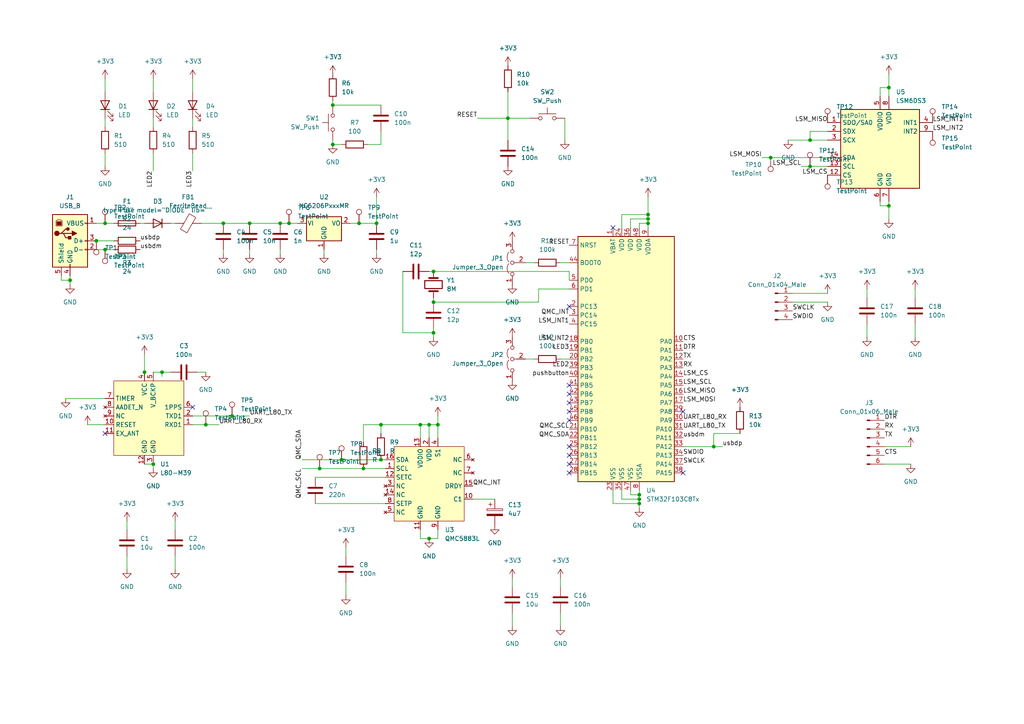
<source format=kicad_sch>
(kicad_sch (version 20211123) (generator eeschema)
  (paper "A4")
  (lib_symbols
    (symbol "+3.3V_1" (power) (pin_numbers hide) (pin_names (offset 0) hide)
      (property "Value" "+3.3V_1" (at 0 3.556 0))
      (symbol "+3.3V_1_1_1"
        (pin power_in line (at 0 0 90) (length 0) hide (name "+3V3") (number "1"))
      )
    )
    (symbol "+3.3V_10" (power) (pin_names (offset 0))
      (property "Value" "+3.3V_10" (at 0 3.556 0))
      (symbol "+3.3V_10_1_1"
        (pin power_in line (at 0 0 90) (length 0) hide (name "+3V3") (number "1"))
      )
    )
    (symbol "+3.3V_11" (power) (pin_names (offset 0))
      (property "Value" "+3.3V_11" (at 0 3.556 0))
      (symbol "+3.3V_11_1_1"
        (pin power_in line (at 0 0 90) (length 0) hide (name "+3V3") (number "1"))
      )
    )
    (symbol "+3.3V_12" (power) (pin_names (offset 0))
      (property "Value" "+3.3V_12" (at 0 3.556 0))
      (symbol "+3.3V_12_1_1"
        (pin power_in line (at 0 0 90) (length 0) hide (name "+3V3") (number "1"))
      )
    )
    (symbol "+3.3V_13" (power) (pin_names (offset 0))
      (property "Value" "+3.3V_13" (at 0 3.556 0))
      (symbol "+3.3V_13_1_1"
        (pin power_in line (at 0 0 90) (length 0) hide (name "+3V3") (number "1"))
      )
    )
    (symbol "+3.3V_14" (power) (pin_names (offset 0))
      (property "Value" "+3.3V_14" (at 0 3.556 0))
      (symbol "+3.3V_14_1_1"
        (pin power_in line (at 0 0 90) (length 0) hide (name "+3V3") (number "1"))
      )
    )
    (symbol "+3.3V_2" (power) (pin_numbers hide) (pin_names (offset 0) hide)
      (property "Value" "+3.3V_2" (at 0 3.556 0))
      (symbol "+3.3V_2_1_1"
        (pin power_in line (at 0 0 90) (length 0) hide (name "+3V3") (number "1"))
      )
    )
    (symbol "+3.3V_3" (power) (pin_names (offset 0))
      (property "Value" "+3.3V_3" (at 0 3.556 0))
      (symbol "+3.3V_3_1_1"
        (pin power_in line (at 0 0 90) (length 0) hide (name "+3V3") (number "1"))
      )
    )
    (symbol "+3.3V_4" (power) (pin_names (offset 0))
      (property "Value" "+3.3V_4" (at 0 3.556 0))
      (symbol "+3.3V_4_1_1"
        (pin power_in line (at 0 0 90) (length 0) hide (name "+3V3") (number "1"))
      )
    )
    (symbol "+3.3V_5" (power) (pin_names (offset 0))
      (property "Value" "+3.3V_5" (at 0 3.556 0))
      (symbol "+3.3V_5_1_1"
        (pin power_in line (at 0 0 90) (length 0) hide (name "+3V3") (number "1"))
      )
    )
    (symbol "+3.3V_6" (power) (pin_names (offset 0))
      (property "Value" "+3.3V_6" (at 0 3.556 0))
      (symbol "+3.3V_6_1_1"
        (pin power_in line (at 0 0 90) (length 0) hide (name "+3V3") (number "1"))
      )
    )
    (symbol "+3.3V_7" (power) (pin_names (offset 0))
      (property "Value" "+3.3V_7" (at 0 3.556 0))
      (symbol "+3.3V_7_1_1"
        (pin power_in line (at 0 0 90) (length 0) hide (name "+3V3") (number "1"))
      )
    )
    (symbol "+3.3V_8" (power) (pin_names (offset 0))
      (property "Value" "+3.3V_8" (at 0 3.556 0))
      (symbol "+3.3V_8_1_1"
        (pin power_in line (at 0 0 90) (length 0) hide (name "+3V3") (number "1"))
      )
    )
    (symbol "+3.3V_9" (power) (pin_names (offset 0))
      (property "Value" "+3.3V_9" (at 0 3.556 0))
      (symbol "+3.3V_9_1_1"
        (pin power_in line (at 0 0 90) (length 0) hide (name "+3V3") (number "1"))
      )
    )
    (symbol "Connector:Conn_01x04_Male" (pin_names (offset 1.016) hide)
      (property "Reference" "J" (at 0 5.08 0))
      (property "Value" "Conn_01x04_Male" (at 0 -7.62 0))
      (symbol "Conn_01x04_Male_1_1"
        (pin passive line (at 5.08 2.54 180) (length 3.81) (name "Pin_1") (number "1"))
        (pin passive line (at 5.08 0 180) (length 3.81) (name "Pin_2") (number "2"))
        (pin passive line (at 5.08 -2.54 180) (length 3.81) (name "Pin_3") (number "3"))
        (pin passive line (at 5.08 -5.08 180) (length 3.81) (name "Pin_4") (number "4"))
      )
    )
    (symbol "Connector:Conn_01x06_Male" (pin_names (offset 1.016) hide)
      (property "Reference" "J" (at 0 7.62 0))
      (property "Value" "Conn_01x06_Male" (at 0 -10.16 0))
      (symbol "Conn_01x06_Male_1_1"
        (pin passive line (at 5.08 5.08 180) (length 3.81) (name "Pin_1") (number "1"))
        (pin passive line (at 5.08 2.54 180) (length 3.81) (name "Pin_2") (number "2"))
        (pin passive line (at 5.08 0 180) (length 3.81) (name "Pin_3") (number "3"))
        (pin passive line (at 5.08 -2.54 180) (length 3.81) (name "Pin_4") (number "4"))
        (pin passive line (at 5.08 -5.08 180) (length 3.81) (name "Pin_5") (number "5"))
        (pin passive line (at 5.08 -7.62 180) (length 3.81) (name "Pin_6") (number "6"))
      )
    )
    (symbol "Connector:TestPoint" (pin_numbers hide) (pin_names (offset 0.762) hide)
      (property "Reference" "TP" (at 0 6.858 0))
      (property "Value" "TestPoint" (at 0 5.08 0))
      (symbol "TestPoint_1_1"
        (pin passive line (at 0 0 90) (length 2.54) (name "1") (number "1"))
      )
    )
    (symbol "Connector:USB_B" (pin_names (offset 1.016))
      (property "Reference" "J" (at -5.08 11.43 0))
      (property "Value" "USB_B" (at -5.08 8.89 0))
      (symbol "USB_B_1_1"
        (pin power_out line (at 7.62 5.08 180) (length 2.54) (name "VBUS") (number "1"))
        (pin bidirectional line (at 7.62 -2.54 180) (length 2.54) (name "D-") (number "2"))
        (pin bidirectional line (at 7.62 0 180) (length 2.54) (name "D+") (number "3"))
        (pin power_out line (at 0 -10.16 90) (length 2.54) (name "GND") (number "4"))
        (pin passive line (at -2.54 -10.16 90) (length 2.54) (name "Shield") (number "5"))
      )
    )
    (symbol "Device:C" (pin_numbers hide) (pin_names (offset 0.254))
      (property "Reference" "C" (at 0.635 2.54 0))
      (property "Value" "C" (at 0.635 -2.54 0))
      (symbol "C_1_1"
        (pin passive line (at 0 3.81 270) (length 2.794) (name "~") (number "1"))
        (pin passive line (at 0 -3.81 90) (length 2.794) (name "~") (number "2"))
      )
    )
    (symbol "Device:C_Polarized" (pin_numbers hide) (pin_names (offset 0.254))
      (property "Reference" "C" (at 0.635 2.54 0))
      (property "Value" "C_Polarized" (at 0.635 -2.54 0))
      (symbol "C_Polarized_1_1"
        (pin passive line (at 0 3.81 270) (length 2.794) (name "~") (number "1"))
        (pin passive line (at 0 -3.81 90) (length 2.794) (name "~") (number "2"))
      )
    )
    (symbol "Device:Crystal" (pin_numbers hide) (pin_names (offset 1.016) hide)
      (property "Reference" "Y" (at 0 3.81 0))
      (property "Value" "Crystal" (at 0 -3.81 0))
      (symbol "Crystal_1_1"
        (pin passive line (at -3.81 0 0) (length 1.27) (name "1") (number "1"))
        (pin passive line (at 3.81 0 180) (length 1.27) (name "2") (number "2"))
      )
    )
    (symbol "Device:FerriteBead" (pin_numbers hide) (pin_names (offset 0))
      (property "Reference" "FB" (at -3.81 0.635 90))
      (property "Value" "FerriteBead" (at 3.81 0 90))
      (symbol "FerriteBead_1_1"
        (pin passive line (at 0 3.81 270) (length 2.54) (name "~") (number "1"))
        (pin passive line (at 0 -3.81 90) (length 2.54) (name "~") (number "2"))
      )
    )
    (symbol "Device:Fuse" (pin_numbers hide) (pin_names (offset 0))
      (property "Reference" "F" (at 2.032 0 90))
      (property "Value" "Fuse" (at -1.905 0 90))
      (symbol "Fuse_1_1"
        (pin passive line (at 0 3.81 270) (length 1.27) (name "~") (number "1"))
        (pin passive line (at 0 -3.81 90) (length 1.27) (name "~") (number "2"))
      )
    )
    (symbol "Device:LED" (pin_numbers hide) (pin_names (offset 1.016) hide)
      (property "Reference" "D" (at 0 2.54 0))
      (property "Value" "LED" (at 0 -2.54 0))
      (symbol "LED_1_1"
        (pin passive line (at -3.81 0 0) (length 2.54) (name "K") (number "1"))
        (pin passive line (at 3.81 0 180) (length 2.54) (name "A") (number "2"))
      )
    )
    (symbol "Device:R" (pin_numbers hide) (pin_names (offset 0))
      (property "Reference" "R" (at 2.032 0 90))
      (property "Value" "R" (at 0 0 90))
      (symbol "R_1_1"
        (pin passive line (at 0 3.81 270) (length 1.27) (name "~") (number "1"))
        (pin passive line (at 0 -3.81 90) (length 1.27) (name "~") (number "2"))
      )
    )
    (symbol "GND_1" (power) (pin_numbers hide) (pin_names (offset 0) hide)
      (property "Value" "GND_1" (at 0 -3.81 0))
      (symbol "GND_1_1_1"
        (pin power_in line (at 0 0 270) (length 0) hide (name "GND") (number "1"))
      )
    )
    (symbol "GND_2" (power) (pin_numbers hide) (pin_names (offset 0) hide)
      (property "Value" "GND_2" (at 0 -3.81 0))
      (symbol "GND_2_1_1"
        (pin power_in line (at 0 0 270) (length 0) hide (name "GND") (number "1"))
      )
    )
    (symbol "GND_3" (power) (pin_numbers hide) (pin_names (offset 0) hide)
      (property "Value" "GND_3" (at 0 -3.81 0))
      (symbol "GND_3_1_1"
        (pin power_in line (at 0 0 270) (length 0) hide (name "GND") (number "1"))
      )
    )
    (symbol "Jumper:Jumper_3_Open" (pin_names (offset 0) hide)
      (property "Reference" "JP" (at -2.54 -2.54 0))
      (property "Value" "Jumper_3_Open" (at 0 2.794 0))
      (symbol "Jumper_3_Open_1_1"
        (pin passive line (at -6.35 0 0) (length 2.54) (name "A") (number "1"))
        (pin passive line (at 0 -3.81 90) (length 2.54) (name "C") (number "2"))
        (pin passive line (at 6.35 0 180) (length 2.54) (name "B") (number "3"))
      )
    )
    (symbol "MCU_ST_STM32F1:STM32F103C8Tx"
      (property "Reference" "U" (at -15.24 36.83 0))
      (property "Value" "STM32F103C8Tx" (at 7.62 36.83 0))
      (symbol "STM32F103C8Tx_1_1"
        (pin power_in line (at -5.08 38.1 270) (length 2.54) (name "VBAT") (number "1"))
        (pin bidirectional line (at 15.24 5.08 180) (length 2.54) (name "PA0") (number "10"))
        (pin bidirectional line (at 15.24 2.54 180) (length 2.54) (name "PA1") (number "11"))
        (pin bidirectional line (at 15.24 0 180) (length 2.54) (name "PA2") (number "12"))
        (pin bidirectional line (at 15.24 -2.54 180) (length 2.54) (name "PA3") (number "13"))
        (pin bidirectional line (at 15.24 -5.08 180) (length 2.54) (name "PA4") (number "14"))
        (pin bidirectional line (at 15.24 -7.62 180) (length 2.54) (name "PA5") (number "15"))
        (pin bidirectional line (at 15.24 -10.16 180) (length 2.54) (name "PA6") (number "16"))
        (pin bidirectional line (at 15.24 -12.7 180) (length 2.54) (name "PA7") (number "17"))
        (pin bidirectional line (at -17.78 5.08 0) (length 2.54) (name "PB0") (number "18"))
        (pin bidirectional line (at -17.78 2.54 0) (length 2.54) (name "PB1") (number "19"))
        (pin bidirectional line (at -17.78 15.24 0) (length 2.54) (name "PC13") (number "2"))
        (pin bidirectional line (at -17.78 0 0) (length 2.54) (name "PB2") (number "20"))
        (pin bidirectional line (at -17.78 -20.32 0) (length 2.54) (name "PB10") (number "21"))
        (pin bidirectional line (at -17.78 -22.86 0) (length 2.54) (name "PB11") (number "22"))
        (pin power_in line (at -5.08 -38.1 90) (length 2.54) (name "VSS") (number "23"))
        (pin power_in line (at -2.54 38.1 270) (length 2.54) (name "VDD") (number "24"))
        (pin bidirectional line (at -17.78 -25.4 0) (length 2.54) (name "PB12") (number "25"))
        (pin bidirectional line (at -17.78 -27.94 0) (length 2.54) (name "PB13") (number "26"))
        (pin bidirectional line (at -17.78 -30.48 0) (length 2.54) (name "PB14") (number "27"))
        (pin bidirectional line (at -17.78 -33.02 0) (length 2.54) (name "PB15") (number "28"))
        (pin bidirectional line (at 15.24 -15.24 180) (length 2.54) (name "PA8") (number "29"))
        (pin bidirectional line (at -17.78 12.7 0) (length 2.54) (name "PC14") (number "3"))
        (pin bidirectional line (at 15.24 -17.78 180) (length 2.54) (name "PA9") (number "30"))
        (pin bidirectional line (at 15.24 -20.32 180) (length 2.54) (name "PA10") (number "31"))
        (pin bidirectional line (at 15.24 -22.86 180) (length 2.54) (name "PA11") (number "32"))
        (pin bidirectional line (at 15.24 -25.4 180) (length 2.54) (name "PA12") (number "33"))
        (pin bidirectional line (at 15.24 -27.94 180) (length 2.54) (name "PA13") (number "34"))
        (pin power_in line (at -2.54 -38.1 90) (length 2.54) (name "VSS") (number "35"))
        (pin power_in line (at 0 38.1 270) (length 2.54) (name "VDD") (number "36"))
        (pin bidirectional line (at 15.24 -30.48 180) (length 2.54) (name "PA14") (number "37"))
        (pin bidirectional line (at 15.24 -33.02 180) (length 2.54) (name "PA15") (number "38"))
        (pin bidirectional line (at -17.78 -2.54 0) (length 2.54) (name "PB3") (number "39"))
        (pin bidirectional line (at -17.78 10.16 0) (length 2.54) (name "PC15") (number "4"))
        (pin bidirectional line (at -17.78 -5.08 0) (length 2.54) (name "PB4") (number "40"))
        (pin bidirectional line (at -17.78 -7.62 0) (length 2.54) (name "PB5") (number "41"))
        (pin bidirectional line (at -17.78 -10.16 0) (length 2.54) (name "PB6") (number "42"))
        (pin bidirectional line (at -17.78 -12.7 0) (length 2.54) (name "PB7") (number "43"))
        (pin input line (at -17.78 27.94 0) (length 2.54) (name "BOOT0") (number "44"))
        (pin bidirectional line (at -17.78 -15.24 0) (length 2.54) (name "PB8") (number "45"))
        (pin bidirectional line (at -17.78 -17.78 0) (length 2.54) (name "PB9") (number "46"))
        (pin power_in line (at 0 -38.1 90) (length 2.54) (name "VSS") (number "47"))
        (pin power_in line (at 2.54 38.1 270) (length 2.54) (name "VDD") (number "48"))
        (pin input line (at -17.78 22.86 0) (length 2.54) (name "PD0") (number "5"))
        (pin input line (at -17.78 20.32 0) (length 2.54) (name "PD1") (number "6"))
        (pin input line (at -17.78 33.02 0) (length 2.54) (name "NRST") (number "7"))
        (pin power_in line (at 2.54 -38.1 90) (length 2.54) (name "VSSA") (number "8"))
        (pin power_in line (at 5.08 38.1 270) (length 2.54) (name "VDDA") (number "9"))
      )
    )
    (symbol "Regulator_Linear:XC6206PxxxMR" (pin_names (offset 0.254))
      (property "Reference" "U" (at -3.81 3.175 0))
      (property "Value" "XC6206PxxxMR" (at 0 3.175 0))
      (symbol "XC6206PxxxMR_1_1"
        (pin power_in line (at 0 -7.62 90) (length 2.54) (name "GND") (number "1"))
        (pin power_out line (at 7.62 0 180) (length 2.54) (name "VO") (number "2"))
        (pin power_in line (at -7.62 0 0) (length 2.54) (name "VI") (number "3"))
      )
    )
    (symbol "Sensor_Motion:LSM6DS3"
      (property "Reference" "U" (at -11.43 15.24 0))
      (property "Value" "LSM6DS3" (at -11.43 12.7 0))
      (symbol "LSM6DS3_1_1"
        (pin bidirectional line (at -15.24 7.62 0) (length 3.81) (name "SDO/SA0") (number "1"))
        (pin no_connect line (at 10.16 -5.08 180) (length 3.81) hide (name "NC") (number "10"))
        (pin no_connect line (at 10.16 -2.54 180) (length 3.81) hide (name "NC") (number "11"))
        (pin input line (at -15.24 -7.62 0) (length 3.81) (name "CS") (number "12"))
        (pin input line (at -15.24 -5.08 0) (length 3.81) (name "SCL") (number "13"))
        (pin bidirectional line (at -15.24 -2.54 0) (length 3.81) (name "SDA") (number "14"))
        (pin bidirectional line (at -15.24 5.08 0) (length 3.81) (name "SDX") (number "2"))
        (pin input line (at -15.24 2.54 0) (length 3.81) (name "SCX") (number "3"))
        (pin output line (at 15.24 7.62 180) (length 3.81) (name "INT1") (number "4"))
        (pin power_in line (at 0 15.24 270) (length 3.81) (name "VDDIO") (number "5"))
        (pin power_in line (at 0 -15.24 90) (length 3.81) (name "GND") (number "6"))
        (pin power_in line (at 2.54 -15.24 90) (length 3.81) (name "GND") (number "7"))
        (pin power_in line (at 2.54 15.24 270) (length 3.81) (name "VDD") (number "8"))
        (pin output line (at 15.24 5.08 180) (length 3.81) (name "INT2") (number "9"))
      )
    )
    (symbol "Simulation_SPICE:DIODE" (pin_numbers hide) (pin_names (offset 1.016) hide)
      (property "Reference" "D" (at 0 2.54 0))
      (property "Value" "DIODE" (at 0 -2.54 0))
      (symbol "DIODE_1_1"
        (pin passive line (at -3.81 0 0) (length 2.54) (name "A") (number "1"))
        (pin passive line (at 3.81 0 180) (length 2.54) (name "K") (number "2"))
      )
    )
    (symbol "Switch:SW_Push" (pin_numbers hide) (pin_names (offset 1.016) hide)
      (property "Reference" "SW" (at 1.27 2.54 0))
      (property "Value" "SW_Push" (at 0 -1.524 0))
      (symbol "SW_Push_0_1"
        (pin passive line (at -5.08 0 0) (length 2.54) (name "1") (number "1"))
        (pin passive line (at 5.08 0 180) (length 2.54) (name "2") (number "2"))
      )
    )
    (symbol "power:+3.3V" (power) (pin_numbers hide) (pin_names (offset 0) hide)
      (property "Value" "+3.3V" (at 0 3.556 0))
      (symbol "+3.3V_1_1"
        (pin power_in line (at 0 0 90) (length 0) hide (name "+3V3") (number "1"))
      )
    )
    (symbol "power:GND" (power) (pin_names (offset 0))
      (property "Value" "GND" (at 0 -3.81 0))
      (symbol "GND_1_1"
        (pin power_in line (at 0 0 270) (length 0) hide (name "GND") (number "1"))
      )
    )
    (symbol "skate-imu-lib:L80-M39"
      (property "Reference" "U" (at 8.89 13.97 0))
      (property "Value" "L80-M39" (at 8.89 11.43 0))
      (symbol "L80-M39_1_1"
        (pin input line (at 12.7 -2.54 180) (length 2.54) (name "RXD1") (number "1"))
        (pin input line (at -12.7 -2.54 0) (length 2.54) (name "RESET") (number "10"))
        (pin input line (at -12.7 -5.08 0) (length 2.54) (name "EX_ANT") (number "11"))
        (pin power_out line (at -1.27 -13.97 90) (length 2.54) (name "GND") (number "12"))
        (pin input line (at 12.7 0 180) (length 2.54) (name "TXD1") (number "2"))
        (pin power_out line (at 1.27 -13.97 90) (length 2.54) (name "GND") (number "3"))
        (pin power_in line (at -1.27 12.7 270) (length 2.54) (name "VCC") (number "4"))
        (pin power_in line (at 1.27 12.7 270) (length 2.54) (name "V_BCKP") (number "5"))
        (pin input line (at 12.7 2.54 180) (length 2.54) (name "1PPS") (number "6"))
        (pin input line (at -12.7 5.08 0) (length 2.54) (name "TIMER") (number "7"))
        (pin no_connect line (at -12.7 2.54 0) (length 2.54) (name "AADET_N") (number "8"))
        (pin no_connect line (at -12.7 0 0) (length 2.54) (name "NC") (number "9"))
      )
    )
    (symbol "skate-imu-lib:QMC5883L"
      (property "Reference" "U" (at 6.35 1.27 0))
      (property "Value" "QMC5883L" (at 10.16 -1.27 0))
      (symbol "QMC5883L_1_1"
        (pin input line (at -12.7 -8.89 0) (length 2.54) (name "SCL") (number "1"))
        (pin input line (at 12.7 -17.78 180) (length 2.54) (name "C1") (number "10"))
        (pin power_out line (at -2.54 -26.67 90) (length 2.54) (name "GND") (number "11"))
        (pin input line (at -12.7 -11.43 0) (length 2.54) (name "SETC") (number "12"))
        (pin power_in line (at -2.54 0 270) (length 2.54) (name "VDDIO") (number "13"))
        (pin no_connect line (at -12.7 -16.51 0) (length 2.54) (name "NC") (number "14"))
        (pin input line (at 12.7 -13.97 180) (length 2.54) (name "DRDY") (number "15"))
        (pin input line (at -12.7 -6.35 0) (length 2.54) (name "SDA") (number "16"))
        (pin power_in line (at 0 0 270) (length 2.54) (name "VDD") (number "2"))
        (pin no_connect line (at -12.7 -13.97 0) (length 2.54) (name "NC") (number "3"))
        (pin power_in line (at 2.54 0 270) (length 2.54) (name "S1") (number "4"))
        (pin no_connect line (at -12.7 -21.59 0) (length 2.54) (name "NC") (number "5"))
        (pin no_connect line (at 12.7 -6.35 180) (length 2.54) (name "NC") (number "6"))
        (pin no_connect line (at 12.7 -10.16 180) (length 2.54) (name "NC") (number "7"))
        (pin power_in line (at -12.7 -19.05 0) (length 2.54) (name "SETP") (number "8"))
        (pin power_out line (at 2.54 -26.67 90) (length 2.54) (name "GND") (number "9"))
      )
    )
  )
  (junction (at 83.82 64.77))
  (junction (at 96.52 41.91))
  (junction (at 124.46 156.21))
  (junction (at 125.73 87.63))
  (junction (at 127 123.19))
  (junction (at 187.96 64.77))
  (junction (at 72.39 64.77))
  (junction (at 187.96 63.5))
  (junction (at 109.22 64.77))
  (junction (at 44.45 134.62))
  (junction (at 110.49 123.19))
  (junction (at 207.01 129.54))
  (junction (at 64.77 64.77))
  (junction (at 92.71 135.89))
  (junction (at 257.81 25.4))
  (junction (at 185.42 143.51))
  (junction (at 234.95 40.64))
  (junction (at 121.92 123.19))
  (junction (at 105.41 135.89))
  (junction (at 27.94 69.85))
  (junction (at 104.14 64.77))
  (junction (at 125.73 78.74))
  (junction (at 59.69 123.19))
  (junction (at 234.95 48.26))
  (junction (at 96.52 30.48))
  (junction (at 187.96 62.23))
  (junction (at 99.06 133.35))
  (junction (at 67.31 120.65))
  (junction (at 147.32 34.29))
  (junction (at 124.46 123.19))
  (junction (at 46.99 107.95))
  (junction (at 257.81 59.69))
  (junction (at 30.48 72.39))
  (junction (at 81.28 64.77))
  (junction (at 125.73 96.52))
  (junction (at 110.49 133.35))
  (junction (at 30.48 64.77))
  (junction (at 185.42 146.05))
  (junction (at 223.52 45.72))
  (junction (at 41.91 107.95))
  (junction (at 20.32 81.28))
  (junction (at 185.42 144.78))
  (no_connect (at 165.1 129.54))
  (no_connect (at 165.1 132.08))
  (no_connect (at 165.1 134.62))
  (no_connect (at 165.1 137.16))
  (no_connect (at 165.1 111.76))
  (no_connect (at 165.1 114.3))
  (no_connect (at 165.1 116.84))
  (no_connect (at 165.1 119.38))
  (no_connect (at 165.1 121.92))
  (no_connect (at 198.12 119.38))
  (no_connect (at 165.1 88.9))
  (no_connect (at 198.12 137.16))
  (no_connect (at 177.8 66.04))
  (no_connect (at 55.88 118.11))
  (no_connect (at 30.48 125.73))
  (wire (pts (xy 256.54 129.54) (xy 264.16 129.54)))
  (wire (pts (xy 121.92 123.19) (xy 124.46 123.19)))
  (wire (pts (xy 72.39 72.39) (xy 72.39 73.66)))
  (wire (pts (xy 44.45 22.86) (xy 44.45 26.67)))
  (wire (pts (xy 147.32 34.29) (xy 153.67 34.29)))
  (wire (pts (xy 121.92 156.21) (xy 121.92 153.67)))
  (wire (pts (xy 110.49 125.73) (xy 110.49 123.19)))
  (wire (pts (xy 36.83 161.29) (xy 36.83 165.1)))
  (wire (pts (xy 96.52 29.21) (xy 96.52 30.48)))
  (wire (pts (xy 46.99 109.22) (xy 46.99 107.95)))
  (wire (pts (xy 223.52 45.72) (xy 240.03 45.72)))
  (wire (pts (xy 81.28 72.39) (xy 81.28 73.66)))
  (wire (pts (xy 59.69 123.19) (xy 63.5 123.19)))
  (wire (pts (xy 55.88 123.19) (xy 59.69 123.19)))
  (wire (pts (xy 17.78 81.28) (xy 20.32 81.28)))
  (wire (pts (xy 27.94 72.39) (xy 30.48 72.39)))
  (wire (pts (xy 251.46 93.98) (xy 251.46 97.79)))
  (wire (pts (xy 44.45 134.62) (xy 44.45 135.89)))
  (wire (pts (xy 198.12 129.54) (xy 207.01 129.54)))
  (wire (pts (xy 57.15 107.95) (xy 59.69 107.95)))
  (wire (pts (xy 182.88 143.51) (xy 185.42 143.51)))
  (wire (pts (xy 229.87 87.63) (xy 240.03 87.63)))
  (wire (pts (xy 87.63 135.89) (xy 92.71 135.89)))
  (wire (pts (xy 185.42 143.51) (xy 185.42 144.78)))
  (wire (pts (xy 67.31 120.65) (xy 72.39 120.65)))
  (wire (pts (xy 234.95 38.1) (xy 234.95 40.64)))
  (wire (pts (xy 46.99 107.95) (xy 44.45 107.95)))
  (wire (pts (xy 138.43 34.29) (xy 147.32 34.29)))
  (wire (pts (xy 25.4 123.19) (xy 30.48 123.19)))
  (wire (pts (xy 156.21 87.63) (xy 156.21 83.82)))
  (wire (pts (xy 257.81 25.4) (xy 257.81 27.94)))
  (wire (pts (xy 110.49 133.35) (xy 111.76 133.35)))
  (wire (pts (xy 185.42 146.05) (xy 185.42 147.32)))
  (wire (pts (xy 180.34 66.04) (xy 180.34 62.23)))
  (wire (pts (xy 162.56 76.2) (xy 165.1 76.2)))
  (wire (pts (xy 50.8 161.29) (xy 50.8 165.1)))
  (wire (pts (xy 182.88 63.5) (xy 187.96 63.5)))
  (wire (pts (xy 116.84 96.52) (xy 125.73 96.52)))
  (wire (pts (xy 30.48 64.77) (xy 33.02 64.77)))
  (wire (pts (xy 251.46 83.82) (xy 251.46 86.36)))
  (wire (pts (xy 36.83 151.13) (xy 36.83 153.67)))
  (wire (pts (xy 255.27 59.69) (xy 257.81 59.69)))
  (wire (pts (xy 152.4 104.14) (xy 154.94 104.14)))
  (wire (pts (xy 207.01 125.73) (xy 214.63 125.73)))
  (wire (pts (xy 101.6 64.77) (xy 104.14 64.77)))
  (wire (pts (xy 182.88 142.24) (xy 182.88 143.51)))
  (wire (pts (xy 125.73 78.74) (xy 165.1 78.74)))
  (wire (pts (xy 91.44 138.43) (xy 111.76 138.43)))
  (wire (pts (xy 257.81 58.42) (xy 257.81 59.69)))
  (wire (pts (xy 127 123.19) (xy 127 127)))
  (wire (pts (xy 234.95 40.64) (xy 240.03 40.64)))
  (wire (pts (xy 100.33 168.91) (xy 100.33 172.72)))
  (wire (pts (xy 20.32 81.28) (xy 20.32 82.55)))
  (wire (pts (xy 124.46 127) (xy 124.46 123.19)))
  (wire (pts (xy 44.45 44.45) (xy 44.45 49.53)))
  (wire (pts (xy 234.95 48.26) (xy 240.03 48.26)))
  (wire (pts (xy 163.83 34.29) (xy 163.83 40.64)))
  (wire (pts (xy 265.43 83.82) (xy 265.43 86.36)))
  (wire (pts (xy 265.43 93.98) (xy 265.43 97.79)))
  (wire (pts (xy 105.41 135.89) (xy 111.76 135.89)))
  (wire (pts (xy 125.73 96.52) (xy 125.73 97.79)))
  (wire (pts (xy 148.59 167.64) (xy 148.59 170.18)))
  (wire (pts (xy 81.28 64.77) (xy 83.82 64.77)))
  (wire (pts (xy 93.98 72.39) (xy 93.98 73.66)))
  (wire (pts (xy 50.8 151.13) (xy 50.8 153.67)))
  (wire (pts (xy 30.48 44.45) (xy 30.48 48.26)))
  (wire (pts (xy 30.48 72.39) (xy 33.02 72.39)))
  (wire (pts (xy 180.34 142.24) (xy 180.34 144.78)))
  (wire (pts (xy 125.73 95.25) (xy 125.73 96.52)))
  (wire (pts (xy 110.49 123.19) (xy 121.92 123.19)))
  (wire (pts (xy 127 120.65) (xy 127 123.19)))
  (wire (pts (xy 257.81 59.69) (xy 257.81 63.5)))
  (wire (pts (xy 228.6 40.64) (xy 234.95 40.64)))
  (wire (pts (xy 41.91 107.95) (xy 41.91 109.22)))
  (wire (pts (xy 55.88 22.86) (xy 55.88 26.67)))
  (wire (pts (xy 91.44 146.05) (xy 111.76 146.05)))
  (wire (pts (xy 124.46 123.19) (xy 127 123.19)))
  (wire (pts (xy 162.56 177.8) (xy 162.56 181.61)))
  (wire (pts (xy 64.77 64.77) (xy 72.39 64.77)))
  (wire (pts (xy 187.96 57.15) (xy 187.96 62.23)))
  (wire (pts (xy 125.73 86.36) (xy 125.73 87.63)))
  (wire (pts (xy 162.56 104.14) (xy 165.1 104.14)))
  (wire (pts (xy 105.41 128.27) (xy 105.41 123.19)))
  (wire (pts (xy 148.59 177.8) (xy 148.59 181.61)))
  (wire (pts (xy 20.32 80.01) (xy 20.32 81.28)))
  (wire (pts (xy 177.8 142.24) (xy 177.8 146.05)))
  (wire (pts (xy 55.88 34.29) (xy 55.88 36.83)))
  (wire (pts (xy 30.48 22.86) (xy 30.48 26.67)))
  (wire (pts (xy 187.96 62.23) (xy 187.96 63.5)))
  (wire (pts (xy 83.82 64.77) (xy 86.36 64.77)))
  (wire (pts (xy 156.21 83.82) (xy 165.1 83.82)))
  (wire (pts (xy 49.53 64.77) (xy 50.8 64.77)))
  (wire (pts (xy 109.22 72.39) (xy 109.22 73.66)))
  (wire (pts (xy 55.88 120.65) (xy 67.31 120.65)))
  (wire (pts (xy 124.46 156.21) (xy 121.92 156.21)))
  (wire (pts (xy 110.49 38.1) (xy 110.49 41.91)))
  (wire (pts (xy 185.42 142.24) (xy 185.42 143.51)))
  (wire (pts (xy 105.41 123.19) (xy 110.49 123.19)))
  (wire (pts (xy 27.94 64.77) (xy 30.48 64.77)))
  (wire (pts (xy 255.27 58.42) (xy 255.27 59.69)))
  (wire (pts (xy 27.94 69.85) (xy 33.02 69.85)))
  (wire (pts (xy 44.45 34.29) (xy 44.45 36.83)))
  (wire (pts (xy 17.78 80.01) (xy 17.78 81.28)))
  (wire (pts (xy 46.99 107.95) (xy 49.53 107.95)))
  (wire (pts (xy 127 153.67) (xy 127 156.21)))
  (wire (pts (xy 162.56 167.64) (xy 162.56 170.18)))
  (wire (pts (xy 207.01 129.54) (xy 207.01 125.73)))
  (wire (pts (xy 87.63 133.35) (xy 99.06 133.35)))
  (wire (pts (xy 41.91 134.62) (xy 44.45 134.62)))
  (wire (pts (xy 109.22 57.15) (xy 109.22 64.77)))
  (wire (pts (xy 72.39 64.77) (xy 81.28 64.77)))
  (wire (pts (xy 64.77 72.39) (xy 64.77 73.66)))
  (wire (pts (xy 177.8 146.05) (xy 185.42 146.05)))
  (wire (pts (xy 185.42 66.04) (xy 185.42 64.77)))
  (wire (pts (xy 187.96 63.5) (xy 187.96 64.77)))
  (wire (pts (xy 152.4 76.2) (xy 154.94 76.2)))
  (wire (pts (xy 30.48 34.29) (xy 30.48 36.83)))
  (wire (pts (xy 124.46 78.74) (xy 125.73 78.74)))
  (wire (pts (xy 106.68 41.91) (xy 110.49 41.91)))
  (wire (pts (xy 58.42 64.77) (xy 64.77 64.77)))
  (wire (pts (xy 55.88 44.45) (xy 55.88 49.53)))
  (wire (pts (xy 220.98 45.72) (xy 223.52 45.72)))
  (wire (pts (xy 185.42 64.77) (xy 187.96 64.77)))
  (wire (pts (xy 104.14 64.77) (xy 109.22 64.77)))
  (wire (pts (xy 92.71 135.89) (xy 105.41 135.89)))
  (wire (pts (xy 229.87 85.09) (xy 240.03 85.09)))
  (wire (pts (xy 100.33 158.75) (xy 100.33 161.29)))
  (wire (pts (xy 255.27 27.94) (xy 255.27 25.4)))
  (wire (pts (xy 180.34 62.23) (xy 187.96 62.23)))
  (wire (pts (xy 147.32 34.29) (xy 147.32 40.64)))
  (wire (pts (xy 240.03 38.1) (xy 234.95 38.1)))
  (wire (pts (xy 99.06 133.35) (xy 110.49 133.35)))
  (wire (pts (xy 185.42 144.78) (xy 185.42 146.05)))
  (wire (pts (xy 96.52 30.48) (xy 110.49 30.48)))
  (wire (pts (xy 255.27 25.4) (xy 257.81 25.4)))
  (wire (pts (xy 256.54 134.62) (xy 264.16 134.62)))
  (wire (pts (xy 232.41 48.26) (xy 234.95 48.26)))
  (wire (pts (xy 125.73 87.63) (xy 156.21 87.63)))
  (wire (pts (xy 137.16 144.78) (xy 143.51 144.78)))
  (wire (pts (xy 182.88 66.04) (xy 182.88 63.5)))
  (wire (pts (xy 165.1 78.74) (xy 165.1 81.28)))
  (wire (pts (xy 257.81 21.59) (xy 257.81 25.4)))
  (wire (pts (xy 96.52 41.91) (xy 99.06 41.91)))
  (wire (pts (xy 40.64 64.77) (xy 41.91 64.77)))
  (wire (pts (xy 147.32 26.67) (xy 147.32 34.29)))
  (wire (pts (xy 116.84 78.74) (xy 116.84 96.52)))
  (wire (pts (xy 41.91 102.87) (xy 41.91 107.95)))
  (wire (pts (xy 96.52 40.64) (xy 96.52 41.91)))
  (wire (pts (xy 121.92 123.19) (xy 121.92 127)))
  (wire (pts (xy 127 156.21) (xy 124.46 156.21)))
  (wire (pts (xy 187.96 64.77) (xy 187.96 66.04)))
  (wire (pts (xy 19.05 115.57) (xy 30.48 115.57)))
  (wire (pts (xy 207.01 129.54) (xy 209.55 129.54)))
  (wire (pts (xy 180.34 144.78) (xy 185.42 144.78)))
  (label "LSM_SCL" (at 198.12 111.76 0))
  (label "LSM_MOSI" (at 220.98 45.72 180))
  (label "usbdm" (at 40.64 72.39 0))
  (label "LED2" (at 165.1 106.68 180))
  (label "pushbutton" (at 165.1 109.22 180))
  (label "LSM_INT1" (at 165.1 93.98 180))
  (label "UART_L80_TX" (at 72.39 120.65 0))
  (label "SWCLK" (at 198.12 134.62 0))
  (label "QMC_INT" (at 137.16 140.97 0))
  (label "QMC_SCL" (at 87.63 135.89 270))
  (label "LED3" (at 165.1 101.6 180))
  (label "RESET" (at 165.1 71.12 180))
  (label "LSM_INT1" (at 270.51 35.56 0))
  (label "RESET" (at 138.43 34.29 180))
  (label "LSM_INT2" (at 270.51 38.1 0))
  (label "DTR" (at 198.12 101.6 0))
  (label "RX" (at 256.54 124.46 0))
  (label "CTS" (at 256.54 132.08 0))
  (label "usbdm" (at 198.12 127 0))
  (label "RX" (at 198.12 106.68 0))
  (label "LED2" (at 44.45 49.53 270))
  (label "QMC_SDA" (at 87.63 133.35 90))
  (label "LSM_CS" (at 198.12 109.22 0))
  (label "TX" (at 198.12 104.14 0))
  (label "QMC_INT" (at 165.1 91.44 180))
  (label "usbdp" (at 209.55 129.54 0))
  (label "LSM_SCL" (at 232.41 48.26 180))
  (label "LSM_MISO" (at 240.03 35.56 180))
  (label "LSM_MOSI" (at 198.12 116.84 0))
  (label "UART_L80_RX" (at 198.12 121.92 0))
  (label "LSM_MISO" (at 198.12 114.3 0))
  (label "DTR" (at 256.54 121.92 0))
  (label "LSM_INT2" (at 165.1 99.06 180))
  (label "QMC_SDA" (at 165.1 127 180))
  (label "LSM_CS" (at 240.03 50.8 180))
  (label "SWCLK" (at 229.87 90.17 0))
  (label "UART_L80_TX" (at 198.12 124.46 0))
  (label "TX" (at 256.54 127 0))
  (label "CTS" (at 198.12 99.06 0))
  (label "SWDIO" (at 229.87 92.71 0))
  (label "usbdp" (at 40.64 69.85 0))
  (label "SWDIO" (at 198.12 132.08 0))
  (label "UART_L80_RX" (at 63.5 123.19 0))
  (label "LED3" (at 55.88 49.53 270))
  (label "QMC_SCL" (at 165.1 124.46 180))
  (symbol (lib_id "Device:R") (at 158.75 76.2 90) (unit 1)
    (property "Reference" "R11" (at 158.75 69.85 90))
    (property "Value" "100k" (at 158.75 72.39 90))
  )
  (symbol (lib_id "Device:C") (at 147.32 44.45 0) (unit 1)
    (property "Reference" "C14" (at 151.13 43.1799 0) (effects (justify left)))
    (property "Value" "100n" (at 151.13 45.7199 0) (effects (justify left)))
    (property "Footprint" "Capacitor_SMD:C_0603_1608Metric" (effects hide))
  )
  (symbol (lib_name "+3.3V_4") (lib_id "power:+3.3V") (at 251.46 83.82 0) (unit 1)
    (property "Reference" "#PWR046" (effects hide))
    (property "Value" "+3.3V" (at 251.46 78.74 0))
  )
  (symbol (lib_id "Connector:TestPoint") (at 270.51 35.56 0) (unit 1)
    (property "Reference" "TP14" (at 273.05 30.9879 0) (effects (justify left)))
    (property "Value" "TestPoint" (at 273.05 33.5279 0) (effects (justify left)))
    (property "Footprint" "TestPoint:TestPoint_Pad_D1.0mm" (effects hide))
  )
  (symbol (lib_id "Device:C") (at 53.34 107.95 270) (unit 1)
    (property "Reference" "C3" (at 53.34 100.33 90))
    (property "Value" "100n" (at 53.34 102.87 90))
    (property "Footprint" "Capacitor_SMD:C_0603_1608Metric" (effects hide))
  )
  (symbol (lib_id "Connector:TestPoint") (at 270.51 38.1 180) (unit 1)
    (property "Reference" "TP15" (at 273.05 40.1319 0) (effects (justify right)))
    (property "Value" "TestPoint" (at 273.05 42.6719 0) (effects (justify right)))
    (property "Footprint" "TestPoint:TestPoint_Pad_D1.0mm" (effects hide))
  )
  (symbol (lib_id "Device:C") (at 251.46 90.17 0) (unit 1)
    (property "Reference" "C17" (at 255.27 88.8999 0) (effects (justify left)))
    (property "Value" "100n" (at 255.27 91.4399 0) (effects (justify left)))
    (property "Footprint" "Capacitor_SMD:C_0603_1608Metric" (effects hide))
  )
  (symbol (lib_id "Device:C") (at 162.56 173.99 0) (unit 1)
    (property "Reference" "C16" (at 166.37 172.7199 0) (effects (justify left)))
    (property "Value" "100n" (at 166.37 175.2599 0) (effects (justify left)))
    (property "Footprint" "Capacitor_SMD:C_0603_1608Metric" (effects hide))
  )
  (symbol (lib_id "Device:C_Polarized") (at 143.51 148.59 0) (unit 1)
    (property "Reference" "C13" (at 147.32 146.4309 0) (effects (justify left)))
    (property "Value" "4u7" (at 147.32 148.9709 0) (effects (justify left)))
  )
  (symbol (lib_id "Switch:SW_Push") (at 158.75 34.29 0) (unit 1)
    (property "Reference" "SW2" (at 158.75 26.67 0))
    (property "Value" "SW_Push" (at 158.75 29.21 0))
  )
  (symbol (lib_id "Connector:TestPoint") (at 92.71 135.89 0) (unit 1)
    (property "Reference" "TP7" (at 95.25 131.3179 0) (effects (justify left)))
    (property "Value" "TestPoint" (at 95.25 133.8579 0) (effects (justify left)))
    (property "Footprint" "TestPoint:TestPoint_Pad_D1.0mm" (effects hide))
  )
  (symbol (lib_id "Connector:TestPoint") (at 240.03 35.56 0) (unit 1)
    (property "Reference" "TP12" (at 242.57 30.9879 0) (effects (justify left)))
    (property "Value" "TestPoint" (at 242.57 33.5279 0) (effects (justify left)))
    (property "Footprint" "TestPoint:TestPoint_Pad_D1.0mm" (effects hide))
  )
  (symbol (lib_id "Device:R") (at 55.88 40.64 0) (unit 1)
    (property "Reference" "R5" (at 58.42 39.3699 0) (effects (justify left)))
    (property "Value" "510" (at 58.42 41.9099 0) (effects (justify left)))
  )
  (symbol (lib_id "Device:C") (at 120.65 78.74 90) (unit 1)
    (property "Reference" "C11" (at 120.65 71.12 90))
    (property "Value" "12p" (at 120.65 73.66 90))
  )
  (symbol (lib_id "Device:C") (at 91.44 142.24 180) (unit 1)
    (property "Reference" "C7" (at 95.25 140.9699 0) (effects (justify right)))
    (property "Value" "220n" (at 95.25 143.5099 0) (effects (justify right)))
  )
  (symbol (lib_id "Device:LED") (at 55.88 30.48 90) (unit 1)
    (property "Reference" "D4" (at 59.69 30.7974 90) (effects (justify right)))
    (property "Value" "LED" (at 59.69 33.3374 90) (effects (justify right)))
  )
  (symbol (lib_id "Device:C") (at 109.22 68.58 0) (unit 1)
    (property "Reference" "C9" (at 113.03 67.3099 0) (effects (justify left)))
    (property "Value" "1u" (at 113.03 69.8499 0) (effects (justify left)))
  )
  (symbol (lib_id "skate-imu-lib:QMC5883L") (at 124.46 127 0) (unit 1)
    (property "Reference" "U3" (at 129.0194 153.67 0) (effects (justify left)))
    (property "Value" "QMC5883L" (at 129.0194 156.21 0) (effects (justify left)))
  )
  (symbol (lib_name "+3.3V_4") (lib_id "power:+3.3V") (at 100.33 158.75 0) (unit 1)
    (property "Reference" "#PWR021" (effects hide))
    (property "Value" "+3.3V" (at 100.33 153.67 0))
  )
  (symbol (lib_id "Device:R") (at 110.49 129.54 0) (unit 1)
    (property "Reference" "R9" (at 113.03 128.2699 0) (effects (justify left)))
    (property "Value" "R" (at 113.03 130.8099 0) (effects (justify left)))
  )
  (symbol (lib_id "Device:R") (at 44.45 40.64 0) (unit 1)
    (property "Reference" "R4" (at 46.99 39.3699 0) (effects (justify left)))
    (property "Value" "510" (at 46.99 41.9099 0) (effects (justify left)))
  )
  (symbol (lib_id "Device:R") (at 214.63 121.92 0) (unit 1)
    (property "Reference" "R13" (at 217.17 120.6499 0) (effects (justify left)))
    (property "Value" "10k" (at 217.17 123.1899 0) (effects (justify left)))
  )
  (symbol (lib_id "power:GND") (at 251.46 97.79 0) (unit 1)
    (property "Reference" "#PWR047" (effects hide))
    (property "Value" "GND" (at 251.46 102.87 0))
  )
  (symbol (lib_id "Connector:USB_B") (at 20.32 69.85 0) (unit 1)
    (property "Reference" "J1" (at 20.32 57.15 0))
    (property "Value" "USB_B" (at 20.32 59.69 0))
    (property "Footprint" "Connector_USB:USB_B_Lumberg_2411_02_Horizontal" (effects hide))
    (property "Datasheet" " ~" (effects hide))
  )
  (symbol (lib_id "Device:C") (at 64.77 68.58 180) (unit 1)
    (property "Reference" "C4" (at 68.58 67.3099 0) (effects (justify right)))
    (property "Value" "100n" (at 68.58 69.8499 0) (effects (justify right)))
    (property "Footprint" "Capacitor_SMD:C_0603_1608Metric" (effects hide))
  )
  (symbol (lib_id "Device:Crystal") (at 125.73 82.55 90) (unit 1)
    (property "Reference" "Y1" (at 129.54 81.2799 90) (effects (justify right)))
    (property "Value" "8M" (at 129.54 83.8199 90) (effects (justify right)))
  )
  (symbol (lib_id "power:GND") (at 163.83 40.64 0) (unit 1)
    (property "Reference" "#PWR039" (effects hide))
    (property "Value" "GND" (at 163.83 45.72 0))
  )
  (symbol (lib_id "Connector:TestPoint") (at 30.48 72.39 180) (unit 1)
    (property "Reference" "TP3" (at 33.02 74.4219 0) (effects (justify right)))
    (property "Value" "TestPoint" (at 33.02 76.9619 0) (effects (justify right)))
    (property "Footprint" "TestPoint:TestPoint_Pad_D1.0mm" (effects hide))
  )
  (symbol (lib_id "power:GND") (at 30.48 48.26 0) (unit 1)
    (property "Reference" "#PWR05" (effects hide))
    (property "Value" "GND" (at 30.48 53.34 0))
  )
  (symbol (lib_name "+3.3V_3") (lib_id "power:+3.3V") (at 187.96 57.15 0) (unit 1)
    (property "Reference" "#PWR041" (effects hide))
    (property "Value" "+3.3V" (at 187.96 52.07 0))
  )
  (symbol (lib_id "Device:R") (at 36.83 69.85 90) (unit 1)
    (property "Reference" "R2" (at 36.83 63.5 90))
    (property "Value" "24" (at 36.83 66.04 90))
  )
  (symbol (lib_id "Connector:TestPoint") (at 234.95 48.26 0) (unit 1)
    (property "Reference" "TP11" (at 237.49 43.6879 0) (effects (justify left)))
    (property "Value" "TestPoint" (at 237.49 46.2279 0) (effects (justify left)))
    (property "Footprint" "TestPoint:TestPoint_Pad_D1.0mm" (effects hide))
  )
  (symbol (lib_id "power:+3.3V") (at 109.22 57.15 0) (unit 1)
    (property "Reference" "#PWR023" (effects hide))
    (property "Value" "+3.3V" (at 109.22 52.07 0))
  )
  (symbol (lib_id "Jumper:Jumper_3_Open") (at 148.59 76.2 90) (unit 1)
    (property "Reference" "JP1" (at 146.05 74.9299 90) (effects (justify left)))
    (property "Value" "Jumper_3_Open" (at 146.05 77.4699 90) (effects (justify left)))
  )
  (symbol (lib_id "Switch:SW_Push") (at 96.52 35.56 90) (unit 1)
    (property "Reference" "SW1" (at 92.71 34.2899 90) (effects (justify left)))
    (property "Value" "SW_Push" (at 92.71 36.8299 90) (effects (justify left)))
  )
  (symbol (lib_id "power:GND") (at 20.32 82.55 0) (unit 1)
    (property "Reference" "#PWR02" (effects hide))
    (property "Value" "GND" (at 20.32 87.63 0))
  )
  (symbol (lib_id "Connector:TestPoint") (at 30.48 64.77 0) (unit 1)
    (property "Reference" "TP2" (at 33.02 60.1979 0) (effects (justify left)))
    (property "Value" "TestPoint" (at 33.02 62.7379 0) (effects (justify left)))
    (property "Footprint" "TestPoint:TestPoint_Pad_D1.0mm" (effects hide))
  )
  (symbol (lib_name "GND_3") (lib_id "power:GND") (at 81.28 73.66 0) (unit 1)
    (property "Reference" "#PWR017" (effects hide))
    (property "Value" "GND" (at 81.28 78.74 0))
  )
  (symbol (lib_id "power:GND") (at 19.05 115.57 0) (unit 1)
    (property "Reference" "#PWR01" (effects hide))
    (property "Value" "GND" (at 19.05 120.65 0))
  )
  (symbol (lib_id "Device:LED") (at 44.45 30.48 90) (unit 1)
    (property "Reference" "D2" (at 48.26 30.7974 90) (effects (justify right)))
    (property "Value" "LED" (at 48.26 33.3374 90) (effects (justify right)))
  )
  (symbol (lib_id "Device:R") (at 147.32 22.86 0) (unit 1)
    (property "Reference" "R10" (at 149.86 21.5899 0) (effects (justify left)))
    (property "Value" "10k" (at 149.86 24.1299 0) (effects (justify left)))
  )
  (symbol (lib_id "Connector:TestPoint") (at 27.94 69.85 180) (unit 1)
    (property "Reference" "TP1" (at 30.48 71.8819 0) (effects (justify right)))
    (property "Value" "TestPoint" (at 30.48 74.4219 0) (effects (justify right)))
    (property "Footprint" "TestPoint:TestPoint_Pad_D1.0mm" (effects hide))
  )
  (symbol (lib_name "+3.3V_12") (lib_id "power:+3.3V") (at 127 120.65 0) (unit 1)
    (property "Reference" "#PWR027" (effects hide))
    (property "Value" "+3.3V" (at 127 115.57 0))
  )
  (symbol (lib_id "Connector:Conn_01x06_Male") (at 251.46 127 0) (unit 1)
    (property "Reference" "J3" (at 252.095 116.84 0))
    (property "Value" "Conn_01x06_Male" (at 252.095 119.38 0))
  )
  (symbol (lib_id "power:GND") (at 265.43 97.79 0) (unit 1)
    (property "Reference" "#PWR053" (effects hide))
    (property "Value" "GND" (at 265.43 102.87 0))
  )
  (symbol (lib_name "+3.3V_8") (lib_id "power:+3.3V") (at 214.63 118.11 0) (unit 1)
    (property "Reference" "#PWR042" (effects hide))
    (property "Value" "+3.3V" (at 214.63 113.03 0))
  )
  (symbol (lib_name "+3.3V_4") (lib_id "power:+3.3V") (at 162.56 167.64 0) (unit 1)
    (property "Reference" "#PWR037" (effects hide))
    (property "Value" "+3.3V" (at 162.56 162.56 0))
  )
  (symbol (lib_id "skate-imu-lib:L80-M39") (at 43.18 120.65 0) (unit 1)
    (property "Reference" "U1" (at 46.4694 134.62 0) (effects (justify left)))
    (property "Value" "L80-M39" (at 46.4694 137.16 0) (effects (justify left)))
    (property "Footprint" "RF_GPS:Quectel_L80-R" (effects hide))
  )
  (symbol (lib_id "power:GND") (at 50.8 165.1 0) (unit 1)
    (property "Reference" "#PWR012" (effects hide))
    (property "Value" "GND" (at 50.8 170.18 0))
  )
  (symbol (lib_id "Device:R") (at 36.83 72.39 90) (unit 1)
    (property "Reference" "R3" (at 36.83 76.2 90))
    (property "Value" "24" (at 36.83 78.74 90))
  )
  (symbol (lib_name "+3.3V_9") (lib_id "power:+3.3V") (at 148.59 69.85 0) (unit 1)
    (property "Reference" "#PWR031" (effects hide))
    (property "Value" "+3.3V" (at 148.59 64.77 0))
  )
  (symbol (lib_id "Device:C") (at 125.73 91.44 0) (unit 1)
    (property "Reference" "C12" (at 129.54 90.1699 0) (effects (justify left)))
    (property "Value" "12p" (at 129.54 92.7099 0) (effects (justify left)))
  )
  (symbol (lib_name "+3.3V_9") (lib_id "power:+3.3V") (at 148.59 97.79 0) (unit 1)
    (property "Reference" "#PWR033" (effects hide))
    (property "Value" "+3.3V" (at 148.59 92.71 0))
  )
  (symbol (lib_id "MCU_ST_STM32F1:STM32F103C8Tx") (at 182.88 104.14 0) (unit 1)
    (property "Reference" "U4" (at 187.4394 142.24 0) (effects (justify left)))
    (property "Value" "STM32F103C8Tx" (at 187.4394 144.78 0) (effects (justify left)))
    (property "Footprint" "Package_QFP:LQFP-48_7x7mm_P0.5mm" (effects hide))
    (property "Datasheet" "http://www.st.com/st-web-ui/static/active/en/resource/technical/document/datasheet/CD00161566.pdf" (effects hide))
  )
  (symbol (lib_id "Connector:TestPoint") (at 59.69 123.19 0) (unit 1)
    (property "Reference" "TP4" (at 62.23 118.6179 0) (effects (justify left)))
    (property "Value" "TestPoint" (at 62.23 121.1579 0) (effects (justify left)))
    (property "Footprint" "TestPoint:TestPoint_Pad_D1.0mm" (effects hide))
  )
  (symbol (lib_id "power:GND") (at 228.6 40.64 0) (unit 1)
    (property "Reference" "#PWR043" (effects hide))
    (property "Value" "GND" (at 228.6 45.72 0))
  )
  (symbol (lib_id "Connector:TestPoint") (at 240.03 50.8 180) (unit 1)
    (property "Reference" "TP13" (at 242.57 52.8319 0) (effects (justify right)))
    (property "Value" "TestPoint" (at 242.57 55.3719 0) (effects (justify right)))
    (property "Footprint" "TestPoint:TestPoint_Pad_D1.0mm" (effects hide))
  )
  (symbol (lib_id "power:GND") (at 264.16 134.62 0) (unit 1)
    (property "Reference" "#PWR051" (effects hide))
    (property "Value" "GND" (at 264.16 139.7 0))
  )
  (symbol (lib_id "Connector:TestPoint") (at 67.31 120.65 0) (unit 1)
    (property "Reference" "TP5" (at 69.85 116.0779 0) (effects (justify left)))
    (property "Value" "TestPoint" (at 69.85 118.6179 0) (effects (justify left)))
    (property "Footprint" "TestPoint:TestPoint_Pad_D1.0mm" (effects hide))
  )
  (symbol (lib_id "power:GND") (at 148.59 181.61 0) (unit 1)
    (property "Reference" "#PWR036" (effects hide))
    (property "Value" "GND" (at 148.59 186.69 0))
  )
  (symbol (lib_id "power:GND") (at 125.73 97.79 0) (unit 1)
    (property "Reference" "#PWR026" (effects hide))
    (property "Value" "GND" (at 125.73 102.87 0))
  )
  (symbol (lib_id "power:GND") (at 185.42 147.32 0) (unit 1)
    (property "Reference" "#PWR040" (effects hide))
    (property "Value" "GND" (at 185.42 152.4 0))
  )
  (symbol (lib_id "power:GND") (at 147.32 48.26 0) (unit 1)
    (property "Reference" "#PWR030" (effects hide))
    (property "Value" "GND" (at 147.32 53.34 0))
  )
  (symbol (lib_name "+3.3V_7") (lib_id "power:+3.3V") (at 25.4 123.19 0) (unit 1)
    (property "Reference" "#PWR03" (effects hide))
    (property "Value" "+3.3V" (at 25.4 118.11 0))
  )
  (symbol (lib_id "Jumper:Jumper_3_Open") (at 148.59 104.14 90) (unit 1)
    (property "Reference" "JP2" (at 146.05 102.8699 90) (effects (justify left)))
    (property "Value" "Jumper_3_Open" (at 146.05 105.4099 90) (effects (justify left)))
  )
  (symbol (lib_name "+3.3V_1") (lib_id "power:+3.3V") (at 55.88 22.86 0) (unit 1)
    (property "Reference" "#PWR013" (effects hide))
    (property "Value" "+3.3V" (at 55.88 17.78 0))
  )
  (symbol (lib_name "+3.3V_4") (lib_id "power:+3.3V") (at 36.83 151.13 0) (unit 1)
    (property "Reference" "#PWR06" (effects hide))
    (property "Value" "+3.3V" (at 36.83 146.05 0))
  )
  (symbol (lib_id "Device:C") (at 72.39 68.58 0) (unit 1)
    (property "Reference" "C5" (at 76.2 67.3099 0) (effects (justify left)))
    (property "Value" "10n" (at 76.2 69.8499 0) (effects (justify left)))
  )
  (symbol (lib_name "+3.3V_5") (lib_id "power:+3.3V") (at 257.81 21.59 0) (unit 1)
    (property "Reference" "#PWR048" (effects hide))
    (property "Value" "+3.3V" (at 257.81 16.51 0))
  )
  (symbol (lib_id "power:GND") (at 100.33 172.72 0) (unit 1)
    (property "Reference" "#PWR022" (effects hide))
    (property "Value" "GND" (at 100.33 177.8 0))
  )
  (symbol (lib_id "power:GND") (at 72.39 73.66 0) (unit 1)
    (property "Reference" "#PWR016" (effects hide))
    (property "Value" "GND" (at 72.39 78.74 0))
  )
  (symbol (lib_id "Device:C") (at 110.49 34.29 0) (unit 1)
    (property "Reference" "C10" (at 114.3 33.0199 0) (effects (justify left)))
    (property "Value" "100n" (at 114.3 35.5599 0) (effects (justify left)))
    (property "Footprint" "Capacitor_SMD:C_0603_1608Metric" (effects hide))
  )
  (symbol (lib_name "+3.3V_2") (lib_id "power:+3.3V") (at 30.48 22.86 0) (unit 1)
    (property "Reference" "#PWR04" (effects hide))
    (property "Value" "+3.3V" (at 30.48 17.78 0))
  )
  (symbol (lib_id "power:GND") (at 96.52 41.91 0) (unit 1)
    (property "Reference" "#PWR020" (effects hide))
    (property "Value" "GND" (at 96.52 46.99 0))
  )
  (symbol (lib_id "Simulation_SPICE:DIODE") (at 45.72 64.77 0) (unit 1)
    (property "Reference" "D3" (at 45.72 58.42 0))
    (property "Value" "DIODE" (at 45.72 60.96 0))
    (property "Spice_Netlist_Enabled" "Y" (effects hide))
    (property "Spice_Primitive" "D" (effects hide))
  )
  (symbol (lib_name "+3.3V_14") (lib_id "power:+3.3V") (at 96.52 21.59 0) (unit 1)
    (property "Reference" "#PWR019" (effects hide))
    (property "Value" "+3.3V" (at 96.52 16.51 0))
  )
  (symbol (lib_name "+3.3V_4") (lib_id "power:+3.3V") (at 50.8 151.13 0) (unit 1)
    (property "Reference" "#PWR011" (effects hide))
    (property "Value" "+3.3V" (at 50.8 146.05 0))
  )
  (symbol (lib_id "Device:R") (at 158.75 104.14 90) (unit 1)
    (property "Reference" "R12" (at 158.75 97.79 90))
    (property "Value" "100k" (at 158.75 100.33 90))
  )
  (symbol (lib_id "Device:Fuse") (at 36.83 64.77 90) (unit 1)
    (property "Reference" "F1" (at 36.83 58.42 90))
    (property "Value" "Fuse" (at 36.83 60.96 90))
  )
  (symbol (lib_id "Device:R") (at 30.48 40.64 0) (unit 1)
    (property "Reference" "R1" (at 33.02 39.3699 0) (effects (justify left)))
    (property "Value" "510" (at 33.02 41.9099 0) (effects (justify left)))
  )
  (symbol (lib_id "power:GND") (at 240.03 87.63 0) (unit 1)
    (property "Reference" "#PWR045" (effects hide))
    (property "Value" "GND" (at 240.03 92.71 0))
  )
  (symbol (lib_id "Regulator_Linear:XC6206PxxxMR") (at 93.98 64.77 0) (unit 1)
    (property "Reference" "U2" (at 93.98 57.15 0))
    (property "Value" "XC6206PxxxMR" (at 93.98 59.69 0))
    (property "Footprint" "Package_TO_SOT_SMD:SOT-23" (effects hide))
    (property "Datasheet" "https://www.torexsemi.com/file/xc6206/XC6206.pdf" (effects hide))
  )
  (symbol (lib_name "GND_2") (lib_id "power:GND") (at 93.98 73.66 0) (unit 1)
    (property "Reference" "#PWR018" (effects hide))
    (property "Value" "GND" (at 93.98 78.74 0))
  )
  (symbol (lib_id "Device:FerriteBead") (at 54.61 64.77 90) (unit 1)
    (property "Reference" "FB1" (at 54.5592 57.15 90))
    (property "Value" "FerriteBead" (at 54.5592 59.69 90))
    (property "Footprint" "Inductor_SMD:L_0201_0603Metric" (effects hide))
  )
  (symbol (lib_id "Device:C") (at 148.59 173.99 0) (unit 1)
    (property "Reference" "C15" (at 152.4 172.7199 0) (effects (justify left)))
    (property "Value" "10u" (at 152.4 175.2599 0) (effects (justify left)))
  )
  (symbol (lib_id "Device:LED") (at 30.48 30.48 90) (unit 1)
    (property "Reference" "D1" (at 34.29 30.7974 90) (effects (justify right)))
    (property "Value" "LED" (at 34.29 33.3374 90) (effects (justify right)))
  )
  (symbol (lib_id "power:GND") (at 143.51 152.4 0) (unit 1)
    (property "Reference" "#PWR028" (effects hide))
    (property "Value" "GND" (at 143.51 157.48 0))
  )
  (symbol (lib_id "Device:R") (at 102.87 41.91 90) (unit 1)
    (property "Reference" "R7" (at 102.87 35.56 90))
    (property "Value" "100" (at 102.87 38.1 90))
  )
  (symbol (lib_name "GND_1") (lib_id "power:GND") (at 109.22 73.66 0) (unit 1)
    (property "Reference" "#PWR024" (effects hide))
    (property "Value" "GND" (at 109.22 78.74 0))
  )
  (symbol (lib_id "power:GND") (at 44.45 135.89 0) (unit 1)
    (property "Reference" "#PWR010" (effects hide))
    (property "Value" "GND" (at 44.45 140.97 0))
  )
  (symbol (lib_id "Device:C") (at 50.8 157.48 0) (unit 1)
    (property "Reference" "C2" (at 54.61 156.2099 0) (effects (justify left)))
    (property "Value" "100n" (at 54.61 158.7499 0) (effects (justify left)))
    (property "Footprint" "Capacitor_SMD:C_0603_1608Metric" (effects hide))
  )
  (symbol (lib_id "Device:C") (at 81.28 68.58 0) (unit 1)
    (property "Reference" "C6" (at 85.09 67.3099 0) (effects (justify left)))
    (property "Value" "1n" (at 85.09 69.8499 0) (effects (justify left)))
  )
  (symbol (lib_id "Connector:TestPoint") (at 99.06 133.35 0) (unit 1)
    (property "Reference" "TP8" (at 101.6 128.7779 0) (effects (justify left)))
    (property "Value" "TestPoint" (at 101.6 131.3179 0) (effects (justify left)))
    (property "Footprint" "TestPoint:TestPoint_Pad_D1.0mm" (effects hide))
  )
  (symbol (lib_id "power:GND") (at 64.77 73.66 0) (unit 1)
    (property "Reference" "#PWR015" (effects hide))
    (property "Value" "GND" (at 64.77 78.74 0))
  )
  (symbol (lib_name "+3.3V_4") (lib_id "power:+3.3V") (at 265.43 83.82 0) (unit 1)
    (property "Reference" "#PWR052" (effects hide))
    (property "Value" "+3.3V" (at 265.43 78.74 0))
  )
  (symbol (lib_name "+3.3V_13") (lib_id "power:+3.3V") (at 240.03 85.09 0) (unit 1)
    (property "Reference" "#PWR044" (effects hide))
    (property "Value" "+3.3V" (at 240.03 80.01 0))
  )
  (symbol (lib_id "Connector:TestPoint") (at 223.52 45.72 180) (unit 1)
    (property "Reference" "TP10" (at 220.98 47.7519 0) (effects (justify left)))
    (property "Value" "TestPoint" (at 220.98 50.2919 0) (effects (justify left)))
    (property "Footprint" "TestPoint:TestPoint_Pad_D1.0mm" (effects hide))
  )
  (symbol (lib_id "power:GND") (at 124.46 156.21 0) (unit 1)
    (property "Reference" "#PWR025" (effects hide))
    (property "Value" "GND" (at 124.46 161.29 0))
  )
  (symbol (lib_id "power:GND") (at 148.59 82.55 0) (unit 1)
    (property "Reference" "#PWR032" (effects hide))
    (property "Value" "GND" (at 148.59 87.63 0))
  )
  (symbol (lib_id "Device:C") (at 265.43 90.17 0) (unit 1)
    (property "Reference" "C18" (at 269.24 88.8999 0) (effects (justify left)))
    (property "Value" "100n" (at 269.24 91.4399 0) (effects (justify left)))
    (property "Footprint" "Capacitor_SMD:C_0603_1608Metric" (effects hide))
  )
  (symbol (lib_id "Connector:Conn_01x04_Male") (at 224.79 87.63 0) (unit 1)
    (property "Reference" "J2" (at 225.425 80.01 0))
    (property "Value" "Conn_01x04_Male" (at 225.425 82.55 0))
  )
  (symbol (lib_id "power:GND") (at 148.59 110.49 0) (unit 1)
    (property "Reference" "#PWR034" (effects hide))
    (property "Value" "GND" (at 148.59 115.57 0))
  )
  (symbol (lib_id "Connector:TestPoint") (at 83.82 64.77 0) (unit 1)
    (property "Reference" "TP6" (at 86.36 60.1979 0) (effects (justify left)))
    (property "Value" "TestPoint" (at 86.36 62.7379 0) (effects (justify left)))
    (property "Footprint" "TestPoint:TestPoint_Pad_D1.0mm" (effects hide))
  )
  (symbol (lib_name "+3.3V_4") (lib_id "power:+3.3V") (at 148.59 167.64 0) (unit 1)
    (property "Reference" "#PWR035" (effects hide))
    (property "Value" "+3.3V" (at 148.59 162.56 0))
  )
  (symbol (lib_name "+3.3V_6") (lib_id "power:+3.3V") (at 41.91 102.87 0) (unit 1)
    (property "Reference" "#PWR08" (effects hide))
    (property "Value" "+3.3V" (at 41.91 97.79 0))
  )
  (symbol (lib_id "Device:C") (at 100.33 165.1 0) (unit 1)
    (property "Reference" "C8" (at 104.14 163.8299 0) (effects (justify left)))
    (property "Value" "100n" (at 104.14 166.3699 0) (effects (justify left)))
    (property "Footprint" "Capacitor_SMD:C_0603_1608Metric" (effects hide))
  )
  (symbol (lib_id "power:GND") (at 59.69 107.95 0) (unit 1)
    (property "Reference" "#PWR014" (effects hide))
    (property "Value" "GND" (at 59.69 113.03 0))
  )
  (symbol (lib_name "+3.3V_11") (lib_id "power:+3.3V") (at 264.16 129.54 0) (unit 1)
    (property "Reference" "#PWR050" (effects hide))
    (property "Value" "+3.3V" (at 264.16 124.46 0))
  )
  (symbol (lib_id "Sensor_Motion:LSM6DS3") (at 255.27 43.18 0) (unit 1)
    (property "Reference" "U5" (at 259.8294 26.67 0) (effects (justify left)))
    (property "Value" "LSM6DS3" (at 259.8294 29.21 0) (effects (justify left)))
    (property "Footprint" "Package_LGA:LGA-14_3x2.5mm_P0.5mm_LayoutBorder3x4y" (effects hide))
    (property "Datasheet" "www.st.com/resource/en/datasheet/lsm6ds3.pdf" (effects hide))
  )
  (symbol (lib_name "+3.3V_10") (lib_id "power:+3.3V") (at 147.32 19.05 0) (unit 1)
    (property "Reference" "#PWR029" (effects hide))
    (property "Value" "+3.3V" (at 147.32 13.97 0))
  )
  (symbol (lib_id "Device:R") (at 105.41 132.08 0) (unit 1)
    (property "Reference" "R8" (at 107.95 130.8099 0) (effects (justify left)))
    (property "Value" "R" (at 107.95 133.3499 0) (effects (justify left)))
  )
  (symbol (lib_id "power:GND") (at 36.83 165.1 0) (unit 1)
    (property "Reference" "#PWR07" (effects hide))
    (property "Value" "GND" (at 36.83 170.18 0))
  )
  (symbol (lib_id "Device:R") (at 96.52 25.4 0) (unit 1)
    (property "Reference" "R6" (at 99.06 24.1299 0) (effects (justify left)))
    (property "Value" "10k" (at 99.06 26.6699 0) (effects (justify left)))
  )
  (symbol (lib_id "Device:C") (at 36.83 157.48 0) (unit 1)
    (property "Reference" "C1" (at 40.64 156.2099 0) (effects (justify left)))
    (property "Value" "10u" (at 40.64 158.7499 0) (effects (justify left)))
  )
  (symbol (lib_id "power:GND") (at 162.56 181.61 0) (unit 1)
    (property "Reference" "#PWR038" (effects hide))
    (property "Value" "GND" (at 162.56 186.69 0))
  )
  (symbol (lib_name "+3.3V_1") (lib_id "power:+3.3V") (at 44.45 22.86 0) (unit 1)
    (property "Reference" "#PWR09" (effects hide))
    (property "Value" "+3.3V" (at 44.45 17.78 0))
  )
  (symbol (lib_id "power:GND") (at 257.81 63.5 0) (unit 1)
    (property "Reference" "#PWR049" (effects hide))
    (property "Value" "GND" (at 257.81 68.58 0))
  )
  (symbol (lib_id "Connector:TestPoint") (at 104.14 64.77 0) (unit 1)
    (property "Reference" "TP9" (at 106.68 60.1979 0) (effects (justify left)))
    (property "Value" "TestPoint" (at 106.68 62.7379 0) (effects (justify left)))
    (property "Footprint" "TestPoint:TestPoint_Pad_D1.0mm" (effects hide))
  )
)
</source>
